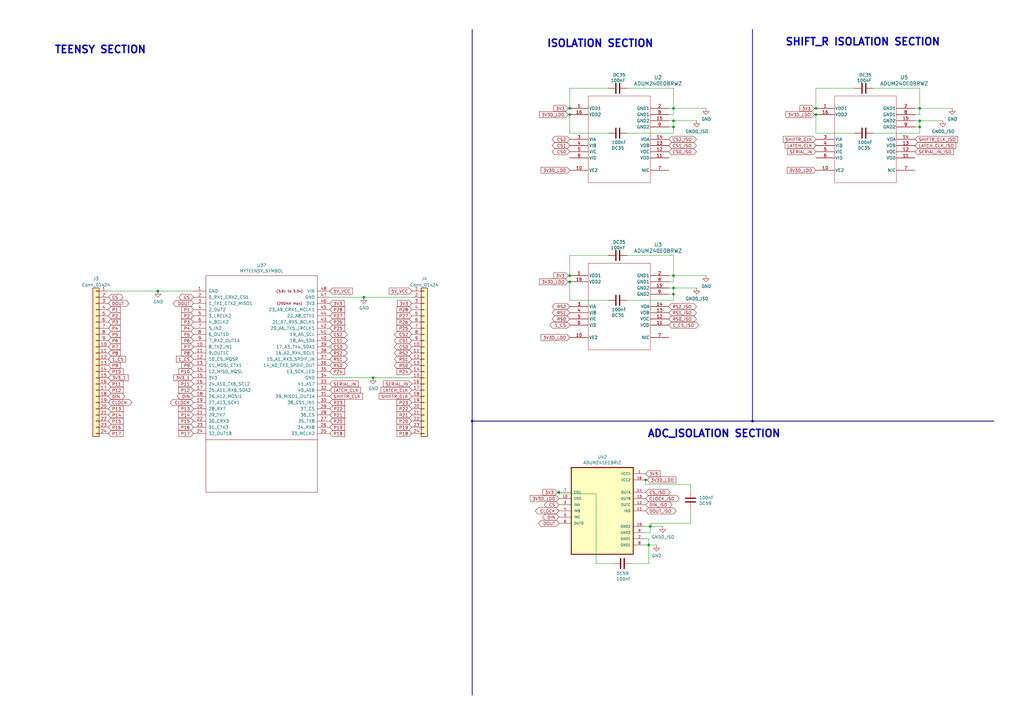
<source format=kicad_sch>
(kicad_sch (version 20230121) (generator eeschema)
  (paper "A3")
  (lib_symbols
    (symbol "2023-11-14_04-51-34:ADUM240E0BRWZ" (pin_names (offset 0.254))
      (property "Reference" "U" (at 20.32 10.16 0))
      (property "Value" "ADUM240E0BRWZ" (at 20.32 7.62 0))
      (symbol "ADUM240E0BRWZ_0_1"
        (polyline (pts (xy 7.62 -30.48) (xy 33.02 -30.48)) (stroke (width 0.127)))
        (polyline (pts (xy 7.62 5.08) (xy 7.62 -30.48)) (stroke (width 0.127)))
        (polyline (pts (xy 33.02 -30.48) (xy 33.02 5.08)) (stroke (width 0.127)))
        (polyline (pts (xy 33.02 5.08) (xy 7.62 5.08)) (stroke (width 0.127)))
        (pin unspecified line (at 0 0 0) (length 7.62) (name "VDD1") (number "1"))
        (pin unspecified line (at 0 -25.4 0) (length 7.62) (name "VE2") (number "10"))
        (pin unspecified line (at 40.64 -20.32 180) (length 7.62) (name "VOD") (number "11"))
        (pin unspecified line (at 40.64 -17.78 180) (length 7.62) (name "VOC") (number "12"))
        (pin unspecified line (at 40.64 -15.24 180) (length 7.62) (name "VOB") (number "13"))
        (pin unspecified line (at 40.64 -12.7 180) (length 7.62) (name "VOA") (number "14"))
        (pin unspecified line (at 40.64 -5.08 180) (length 7.62) (name "GND2") (number "15"))
        (pin unspecified line (at 0 -2.54 0) (length 7.62) (name "VDD2") (number "16"))
        (pin unspecified line (at 40.64 0 180) (length 7.62) (name "GND1") (number "2"))
        (pin unspecified line (at 0 -12.7 0) (length 7.62) (name "VIA") (number "3"))
        (pin unspecified line (at 0 -15.24 0) (length 7.62) (name "VIB") (number "4"))
        (pin unspecified line (at 0 -17.78 0) (length 7.62) (name "VIC") (number "5"))
        (pin unspecified line (at 0 -20.32 0) (length 7.62) (name "VID") (number "6"))
        (pin unspecified line (at 40.64 -25.4 180) (length 7.62) (name "NIC") (number "7"))
        (pin unspecified line (at 40.64 -2.54 180) (length 7.62) (name "GND1") (number "8"))
        (pin unspecified line (at 40.64 -7.62 180) (length 7.62) (name "GND2") (number "9"))
      )
    )
    (symbol "Connector_Generic:Conn_01x24" (pin_names (offset 1.016) hide)
      (property "Reference" "J" (at 0 30.48 0))
      (property "Value" "Conn_01x24" (at 0 -33.02 0))
      (symbol "Conn_01x24_1_1"
        (rectangle (start -1.27 -30.353) (end 0 -30.607) (stroke (width 0.1524)))
        (rectangle (start -1.27 -27.813) (end 0 -28.067) (stroke (width 0.1524)))
        (rectangle (start -1.27 -25.273) (end 0 -25.527) (stroke (width 0.1524)))
        (rectangle (start -1.27 -22.733) (end 0 -22.987) (stroke (width 0.1524)))
        (rectangle (start -1.27 -20.193) (end 0 -20.447) (stroke (width 0.1524)))
        (rectangle (start -1.27 -17.653) (end 0 -17.907) (stroke (width 0.1524)))
        (rectangle (start -1.27 -15.113) (end 0 -15.367) (stroke (width 0.1524)))
        (rectangle (start -1.27 -12.573) (end 0 -12.827) (stroke (width 0.1524)))
        (rectangle (start -1.27 -10.033) (end 0 -10.287) (stroke (width 0.1524)))
        (rectangle (start -1.27 -7.493) (end 0 -7.747) (stroke (width 0.1524)))
        (rectangle (start -1.27 -4.953) (end 0 -5.207) (stroke (width 0.1524)))
        (rectangle (start -1.27 -2.413) (end 0 -2.667) (stroke (width 0.1524)))
        (rectangle (start -1.27 0.127) (end 0 -0.127) (stroke (width 0.1524)))
        (rectangle (start -1.27 2.667) (end 0 2.413) (stroke (width 0.1524)))
        (rectangle (start -1.27 5.207) (end 0 4.953) (stroke (width 0.1524)))
        (rectangle (start -1.27 7.747) (end 0 7.493) (stroke (width 0.1524)))
        (rectangle (start -1.27 10.287) (end 0 10.033) (stroke (width 0.1524)))
        (rectangle (start -1.27 12.827) (end 0 12.573) (stroke (width 0.1524)))
        (rectangle (start -1.27 15.367) (end 0 15.113) (stroke (width 0.1524)))
        (rectangle (start -1.27 17.907) (end 0 17.653) (stroke (width 0.1524)))
        (rectangle (start -1.27 20.447) (end 0 20.193) (stroke (width 0.1524)))
        (rectangle (start -1.27 22.987) (end 0 22.733) (stroke (width 0.1524)))
        (rectangle (start -1.27 25.527) (end 0 25.273) (stroke (width 0.1524)))
        (rectangle (start -1.27 28.067) (end 0 27.813) (stroke (width 0.1524)))
        (rectangle (start -1.27 29.21) (end 1.27 -31.75) (stroke (width 0.254)) (fill (type background)))
        (pin passive line (at -5.08 27.94 0) (length 3.81) (name "Pin_1") (number "1"))
        (pin passive line (at -5.08 5.08 0) (length 3.81) (name "Pin_10") (number "10"))
        (pin passive line (at -5.08 2.54 0) (length 3.81) (name "Pin_11") (number "11"))
        (pin passive line (at -5.08 0 0) (length 3.81) (name "Pin_12") (number "12"))
        (pin passive line (at -5.08 -2.54 0) (length 3.81) (name "Pin_13") (number "13"))
        (pin passive line (at -5.08 -5.08 0) (length 3.81) (name "Pin_14") (number "14"))
        (pin passive line (at -5.08 -7.62 0) (length 3.81) (name "Pin_15") (number "15"))
        (pin passive line (at -5.08 -10.16 0) (length 3.81) (name "Pin_16") (number "16"))
        (pin passive line (at -5.08 -12.7 0) (length 3.81) (name "Pin_17") (number "17"))
        (pin passive line (at -5.08 -15.24 0) (length 3.81) (name "Pin_18") (number "18"))
        (pin passive line (at -5.08 -17.78 0) (length 3.81) (name "Pin_19") (number "19"))
        (pin passive line (at -5.08 25.4 0) (length 3.81) (name "Pin_2") (number "2"))
        (pin passive line (at -5.08 -20.32 0) (length 3.81) (name "Pin_20") (number "20"))
        (pin passive line (at -5.08 -22.86 0) (length 3.81) (name "Pin_21") (number "21"))
        (pin passive line (at -5.08 -25.4 0) (length 3.81) (name "Pin_22") (number "22"))
        (pin passive line (at -5.08 -27.94 0) (length 3.81) (name "Pin_23") (number "23"))
        (pin passive line (at -5.08 -30.48 0) (length 3.81) (name "Pin_24") (number "24"))
        (pin passive line (at -5.08 22.86 0) (length 3.81) (name "Pin_3") (number "3"))
        (pin passive line (at -5.08 20.32 0) (length 3.81) (name "Pin_4") (number "4"))
        (pin passive line (at -5.08 17.78 0) (length 3.81) (name "Pin_5") (number "5"))
        (pin passive line (at -5.08 15.24 0) (length 3.81) (name "Pin_6") (number "6"))
        (pin passive line (at -5.08 12.7 0) (length 3.81) (name "Pin_7") (number "7"))
        (pin passive line (at -5.08 10.16 0) (length 3.81) (name "Pin_8") (number "8"))
        (pin passive line (at -5.08 7.62 0) (length 3.81) (name "Pin_9") (number "9"))
      )
    )
    (symbol "Device:C" (pin_numbers hide) (pin_names (offset 0.254))
      (property "Reference" "C" (at 0.635 2.54 0))
      (property "Value" "C" (at 0.635 -2.54 0))
      (symbol "C_0_1"
        (polyline (pts (xy -2.032 -0.762) (xy 2.032 -0.762)) (stroke (width 0.508)))
        (polyline (pts (xy -2.032 0.762) (xy 2.032 0.762)) (stroke (width 0.508)))
      )
      (symbol "C_1_1"
        (pin passive line (at 0 3.81 270) (length 2.794) (name "~") (number "1"))
        (pin passive line (at 0 -3.81 90) (length 2.794) (name "~") (number "2"))
      )
    )
    (symbol "ISO7641FMDW-ISO7641FMDW_2" (pin_names (offset 1.016))
      (property "Reference" "U15" (at 0 22.098 0))
      (property "Value" "ADUM241E1BRIZ" (at 0 19.7866 0))
      (symbol "ISO7641FMDW-ISO7641FMDW_2_0_0"
        (rectangle (start -12.7 17.78) (end 12.7 -17.78) (stroke (width 0.4064)) (fill (type background)))
        (pin power_in line (at 17.78 15.24 180) (length 5.08) (name "VCC1") (number "1"))
        (pin input line (at -17.78 5.08 0) (length 5.08) (name "EN2") (number "10"))
        (pin output line (at 17.78 2.54 180) (length 5.08) (name "OUTC") (number "12"))
        (pin output line (at 17.78 5.08 180) (length 5.08) (name "OUTB") (number "13"))
        (pin output line (at 17.78 7.62 180) (length 5.08) (name "OUTA") (number "14"))
        (pin power_in line (at 17.78 -6.35 180) (length 5.08) (name "GND2") (number "15"))
        (pin power_in line (at 17.78 12.7 180) (length 5.08) (name "VCC2") (number "16"))
        (pin power_in line (at 17.78 -11.43 180) (length 5.08) (name "GND1") (number "2"))
        (pin input line (at -17.78 2.54 0) (length 5.08) (name "INA") (number "3"))
        (pin input line (at -17.78 0 0) (length 5.08) (name "INB") (number "4"))
        (pin input line (at -17.78 -2.54 0) (length 5.08) (name "INC") (number "5"))
        (pin input line (at -17.78 7.62 0) (length 5.08) (name "EN1") (number "7"))
        (pin power_in line (at 17.78 -13.97 180) (length 5.08) (name "GND1") (number "8"))
        (pin power_in line (at 17.78 -8.89 180) (length 5.08) (name "GND2") (number "9"))
      )
      (symbol "ISO7641FMDW-ISO7641FMDW_2_1_0"
        (pin input line (at 17.78 0 180) (length 5.08) (name "IND") (number "11"))
        (pin output line (at -17.78 -5.08 0) (length 5.08) (name "OUTD") (number "6"))
      )
    )
    (symbol "ohm3000Board-rescue:GNDD_ISO-power" (power) (pin_names (offset 0))
      (property "Value" "GNDD_ISO-power" (at 0 -3.81 0))
      (symbol "GNDD_ISO-power_0_1"
        (polyline (pts (xy 0 0) (xy 0 -1.27) (xy 1.27 -1.27) (xy 0 -2.54) (xy -1.27 -1.27) (xy 0 -1.27)))
      )
      (symbol "GNDD_ISO-power_1_1"
        (pin power_in line (at 0 0 270) (length 0) hide (name "GNDD_ISO") (number "1"))
      )
    )
    (symbol "ohm3000Board-rescue:GND_T" (power) (pin_names (offset 0))
      (property "Value" "GND_T" (at 0 -3.81 0))
      (symbol "GND_T_0_1"
        (polyline (pts (xy 0 0) (xy 0 -1.27) (xy 1.27 -1.27) (xy 0 -2.54) (xy -1.27 -1.27) (xy 0 -1.27)))
      )
      (symbol "GND_T_1_1"
        (pin power_in line (at 0 0 270) (length 0) hide (name "GND") (number "1"))
      )
    )
    (symbol "ohm3000Board-rescue:MYTEENSY_SYMBOL-Teensy_J6_J7-rescue" (pin_names (offset 1.016))
      (property "Reference" "U" (at 0 64.77 0))
      (property "Value" "MYTEENSY_SYMBOL-Teensy_J6_J7-rescue" (at 0 62.23 0))
      (symbol "MYTEENSY_SYMBOL-Teensy_J6_J7-rescue_0_0"
        (polyline (pts (xy -22.86 -6.35) (xy 22.86 -6.35)))
        (text "(250mA max)" (at 11.43 49.53 0) (effects (font (size 1.016 1.016))))
        (text "(3.6v to 5.5v)" (at 11.43 54.61 0) (effects (font (size 1.016 1.016))))
        (pin bidirectional line (at -27.94 31.75 0) (length 5.08) (name "8_TX2_IN1") (number "10"))
        (pin bidirectional line (at -27.94 29.21 0) (length 5.08) (name "9_OUT1C") (number "11"))
        (pin bidirectional line (at -27.94 26.67 0) (length 5.08) (name "10_CS_MQSR") (number "12"))
        (pin bidirectional line (at -27.94 24.13 0) (length 5.08) (name "11_MOSI_CTX1") (number "13"))
        (pin bidirectional line (at -27.94 21.59 0) (length 5.08) (name "12_MISO_MQSL") (number "14"))
        (pin power_in line (at -27.94 19.05 0) (length 5.08) (name "3V3") (number "15"))
        (pin bidirectional line (at -27.94 16.51 0) (length 5.08) (name "24_A10_TX6_SCL2") (number "16"))
        (pin bidirectional line (at -27.94 13.97 0) (length 5.08) (name "25_A11_RX6_SDA2") (number "17"))
        (pin bidirectional line (at -27.94 11.43 0) (length 5.08) (name "26_A12_MOSI1") (number "18"))
        (pin bidirectional line (at -27.94 8.89 0) (length 5.08) (name "27_A13_SCK1") (number "19"))
        (pin bidirectional line (at -27.94 6.35 0) (length 5.08) (name "28_RX7") (number "20"))
        (pin bidirectional line (at -27.94 3.81 0) (length 5.08) (name "29_TX7") (number "21"))
        (pin bidirectional line (at -27.94 1.27 0) (length 5.08) (name "30_CRX3") (number "22"))
        (pin bidirectional line (at -27.94 -1.27 0) (length 5.08) (name "31_CTX3") (number "23"))
        (pin bidirectional line (at -27.94 -3.81 0) (length 5.08) (name "32_OUT1B") (number "24"))
        (pin bidirectional line (at 27.94 -3.81 180) (length 5.08) (name "33_MCLK2") (number "25"))
        (pin bidirectional line (at 27.94 -1.27 180) (length 5.08) (name "34_RX8") (number "26"))
        (pin bidirectional line (at 27.94 1.27 180) (length 5.08) (name "35_TX8") (number "27"))
        (pin bidirectional line (at 27.94 3.81 180) (length 5.08) (name "36_CS") (number "28"))
        (pin bidirectional line (at 27.94 6.35 180) (length 5.08) (name "37_CS") (number "29"))
        (pin bidirectional line (at 27.94 8.89 180) (length 5.08) (name "38_CS1_IN1") (number "30"))
        (pin bidirectional line (at 27.94 11.43 180) (length 5.08) (name "39_MISO1_OUT1A") (number "31"))
        (pin bidirectional line (at 27.94 13.97 180) (length 5.08) (name "40_A16") (number "32"))
        (pin bidirectional line (at 27.94 16.51 180) (length 5.08) (name "41_A17") (number "33"))
        (pin bidirectional line (at 27.94 21.59 180) (length 5.08) (name "13_SCK_LED") (number "35"))
        (pin bidirectional line (at 27.94 24.13 180) (length 5.08) (name "14_A0_TX3_SPDIF_OUT") (number "36"))
        (pin bidirectional line (at 27.94 26.67 180) (length 5.08) (name "15_A1_RX3_SPDIF_IN") (number "37"))
        (pin bidirectional line (at 27.94 29.21 180) (length 5.08) (name "16_A2_RX4_SCL1") (number "38"))
        (pin bidirectional line (at 27.94 31.75 180) (length 5.08) (name "17_A3_TX4_SDA1") (number "39"))
        (pin bidirectional line (at 27.94 34.29 180) (length 5.08) (name "18_A4_SDA") (number "40"))
        (pin bidirectional line (at 27.94 36.83 180) (length 5.08) (name "19_A5_SCL") (number "41"))
        (pin bidirectional line (at 27.94 39.37 180) (length 5.08) (name "20_A6_TX5_LRCLK1") (number "42"))
        (pin bidirectional line (at 27.94 41.91 180) (length 5.08) (name "21_A7_RX5_BCLK1") (number "43"))
        (pin bidirectional line (at 27.94 44.45 180) (length 5.08) (name "22_A8_CTX1") (number "44"))
        (pin bidirectional line (at 27.94 46.99 180) (length 5.08) (name "23_A9_CRX1_MCLK1") (number "45"))
        (pin power_in line (at 27.94 49.53 180) (length 5.08) (name "3V3") (number "46"))
        (pin power_in line (at 27.94 52.07 180) (length 5.08) (name "GND") (number "47"))
        (pin power_in line (at 27.94 54.61 180) (length 5.08) (name "VIN") (number "48"))
        (pin bidirectional line (at -27.94 44.45 0) (length 5.08) (name "3_LRCLK2") (number "5"))
        (pin bidirectional line (at -27.94 41.91 0) (length 5.08) (name "4_BCLK2") (number "6"))
        (pin bidirectional line (at -27.94 39.37 0) (length 5.08) (name "5_IN2") (number "7"))
        (pin bidirectional line (at -27.94 36.83 0) (length 5.08) (name "6_OUT1D") (number "8"))
        (pin bidirectional line (at -27.94 34.29 0) (length 5.08) (name "7_RX2_OUT1A") (number "9"))
      )
      (symbol "MYTEENSY_SYMBOL-Teensy_J6_J7-rescue_0_1"
        (rectangle (start -22.86 60.96) (end 22.86 -27.94))
        (rectangle (start -20.32 -1.27) (end -20.32 -1.27))
      )
      (symbol "MYTEENSY_SYMBOL-Teensy_J6_J7-rescue_1_1"
        (pin power_in line (at -27.94 54.61 0) (length 5.08) (name "GND") (number "1"))
        (pin bidirectional line (at -27.94 52.07 0) (length 5.08) (name "0_RX1_CRX2_CS1") (number "2"))
        (pin bidirectional line (at -27.94 49.53 0) (length 5.08) (name "1_TX1_CTX2_MISO1") (number "3"))
        (pin power_in line (at 27.94 19.05 180) (length 5.08) (name "GND") (number "34"))
        (pin bidirectional line (at -27.94 46.99 0) (length 5.08) (name "2_OUT2") (number "4"))
      )
    )
  )
  (junction (at 334.645 46.99))
  (junction (at 64.77 119.38))
  (junction (at 266.7 215.9))
  (junction (at 276.225 113.03))
  (junction (at 233.68 46.99))
  (junction (at 377.19 49.53))
  (junction (at 377.19 52.07))
  (junction (at 149.225 121.92))
  (junction (at 276.225 118.11))
  (junction (at 233.68 113.03))
  (junction (at 377.19 44.45))
  (junction (at 266.065 223.52))
  (junction (at 233.68 44.45))
  (junction (at 193.675 172.72))
  (junction (at 276.225 49.53))
  (junction (at 233.68 115.57))
  (junction (at 229.235 201.93))
  (junction (at 276.225 44.45))
  (junction (at 308.61 172.72))
  (junction (at 276.225 120.65))
  (junction (at 264.795 196.85))
  (junction (at 276.225 52.07))
  (junction (at 334.645 44.45))
  (junction (at 153.035 154.94))
  (wire (pts (xy 377.19 44.45) (xy 390.525 44.45)))
  (wire (pts (xy 375.285 46.99) (xy 377.19 46.99)))
  (wire (pts (xy 249.555 54.61) (xy 233.68 54.61)))
  (wire (pts (xy 274.32 52.07) (xy 276.225 52.07)))
  (wire (pts (xy 274.32 120.65) (xy 276.225 120.65)))
  (wire (pts (xy 358.14 36.195) (xy 377.19 36.195)))
  (wire (pts (xy 377.19 36.195) (xy 377.19 44.45)))
  (wire (pts (xy 276.225 36.195) (xy 276.225 44.45)))
  (wire (pts (xy 264.795 215.9) (xy 266.7 215.9)))
  (wire (pts (xy 257.175 54.61) (xy 276.225 54.61)))
  (wire (pts (xy 375.285 52.07) (xy 377.19 52.07)))
  (wire (pts (xy 249.555 36.195) (xy 233.68 36.195)))
  (wire (pts (xy 283.21 208.915) (xy 283.21 214.63)))
  (wire (pts (xy 334.01 44.45) (xy 334.645 44.45)))
  (wire (pts (xy 135.255 154.94) (xy 153.035 154.94)))
  (wire (pts (xy 350.52 54.61) (xy 334.645 54.61)))
  (wire (pts (xy 233.045 113.03) (xy 233.68 113.03)))
  (wire (pts (xy 251.46 231.14) (xy 244.475 231.14)))
  (wire (pts (xy 266.065 220.98) (xy 266.065 223.52)))
  (wire (pts (xy 276.225 46.99) (xy 276.225 44.45)))
  (wire (pts (xy 244.475 231.14) (xy 244.475 202.565)))
  (wire (pts (xy 229.235 202.565) (xy 229.235 201.93)))
  (wire (pts (xy 276.225 118.11) (xy 285.75 118.11)))
  (wire (pts (xy 276.225 49.53) (xy 285.75 49.53)))
  (wire (pts (xy 276.225 104.775) (xy 276.225 113.03)))
  (wire (pts (xy 334.645 54.61) (xy 334.645 46.99)))
  (wire (pts (xy 257.175 123.19) (xy 276.225 123.19)))
  (wire (pts (xy 259.08 231.14) (xy 266.065 231.14)))
  (wire (pts (xy 233.68 104.775) (xy 233.68 113.03)))
  (bus (pts (xy 193.675 172.72) (xy 193.675 285.115)))
  (wire (pts (xy 334.01 46.99) (xy 334.645 46.99)))
  (wire (pts (xy 264.795 218.44) (xy 266.7 218.44)))
  (wire (pts (xy 375.285 49.53) (xy 377.19 49.53)))
  (wire (pts (xy 274.32 49.53) (xy 276.225 49.53)))
  (wire (pts (xy 334.645 36.195) (xy 334.645 44.45)))
  (wire (pts (xy 244.475 202.565) (xy 229.235 202.565)))
  (wire (pts (xy 283.21 214.63) (xy 266.7 214.63)))
  (wire (pts (xy 264.795 196.85) (xy 265.43 196.85)))
  (wire (pts (xy 79.375 119.38) (xy 64.77 119.38)))
  (wire (pts (xy 274.32 44.45) (xy 276.225 44.45)))
  (wire (pts (xy 358.14 54.61) (xy 377.19 54.61)))
  (wire (pts (xy 274.32 113.03) (xy 276.225 113.03)))
  (wire (pts (xy 264.795 198.755) (xy 264.795 196.85)))
  (wire (pts (xy 233.045 115.57) (xy 233.68 115.57)))
  (wire (pts (xy 249.555 104.775) (xy 233.68 104.775)))
  (wire (pts (xy 283.21 198.755) (xy 264.795 198.755)))
  (wire (pts (xy 233.68 123.19) (xy 233.68 115.57)))
  (wire (pts (xy 276.225 52.07) (xy 276.225 49.53)))
  (bus (pts (xy 308.61 12.065) (xy 308.61 172.72)))
  (wire (pts (xy 266.7 214.63) (xy 266.7 215.9)))
  (wire (pts (xy 274.32 46.99) (xy 276.225 46.99)))
  (wire (pts (xy 257.175 104.775) (xy 276.225 104.775)))
  (wire (pts (xy 276.225 44.45) (xy 289.56 44.45)))
  (wire (pts (xy 264.795 223.52) (xy 266.065 223.52)))
  (wire (pts (xy 276.225 54.61) (xy 276.225 52.07)))
  (wire (pts (xy 257.175 36.195) (xy 276.225 36.195)))
  (wire (pts (xy 233.68 54.61) (xy 233.68 46.99)))
  (wire (pts (xy 233.045 46.99) (xy 233.68 46.99)))
  (wire (pts (xy 233.045 44.45) (xy 233.68 44.45)))
  (wire (pts (xy 350.52 36.195) (xy 334.645 36.195)))
  (wire (pts (xy 249.555 123.19) (xy 233.68 123.19)))
  (wire (pts (xy 276.225 120.65) (xy 276.225 118.11)))
  (wire (pts (xy 276.225 113.03) (xy 289.56 113.03)))
  (bus (pts (xy 193.675 12.065) (xy 193.675 172.72)))
  (wire (pts (xy 266.7 215.9) (xy 271.78 215.9)))
  (wire (pts (xy 283.21 201.295) (xy 283.21 198.755)))
  (wire (pts (xy 266.065 231.14) (xy 266.065 223.52)))
  (wire (pts (xy 264.795 220.98) (xy 266.065 220.98)))
  (wire (pts (xy 228.6 201.93) (xy 229.235 201.93)))
  (wire (pts (xy 153.035 154.94) (xy 168.91 154.94)))
  (wire (pts (xy 276.225 123.19) (xy 276.225 120.65)))
  (wire (pts (xy 276.225 115.57) (xy 276.225 113.03)))
  (wire (pts (xy 44.45 119.38) (xy 64.77 119.38)))
  (wire (pts (xy 266.065 223.52) (xy 269.24 223.52)))
  (wire (pts (xy 377.19 49.53) (xy 386.715 49.53)))
  (wire (pts (xy 377.19 54.61) (xy 377.19 52.07)))
  (wire (pts (xy 266.7 218.44) (xy 266.7 215.9)))
  (wire (pts (xy 149.225 121.92) (xy 168.91 121.92)))
  (wire (pts (xy 135.255 121.92) (xy 149.225 121.92)))
  (wire (pts (xy 375.285 44.45) (xy 377.19 44.45)))
  (wire (pts (xy 274.32 115.57) (xy 276.225 115.57)))
  (wire (pts (xy 274.32 118.11) (xy 276.225 118.11)))
  (wire (pts (xy 233.68 36.195) (xy 233.68 44.45)))
  (bus (pts (xy 193.675 172.72) (xy 308.61 172.72)))
  (bus (pts (xy 308.61 172.72) (xy 407.67 172.72)))
  (wire (pts (xy 377.19 52.07) (xy 377.19 49.53)))
  (wire (pts (xy 377.19 46.99) (xy 377.19 44.45)))
  (text "ADC_ISOLATION SECTION" (at 265.43 179.705 0) (effects (font (size 2.9972 2.9972) (thickness 0.5994) bold) (justify left bottom)))
  (text "TEENSY SECTION\n" (at 22.225 22.225 0) (effects (font (size 2.9972 2.9972) (thickness 0.5994) bold) (justify left bottom)))
  (text "SHIFT_R ISOLATION SECTION" (at 321.945 19.05 0) (effects (font (size 2.9972 2.9972) (thickness 0.5994) bold) (justify left bottom)))
  (text "ISOLATION SECTION" (at 224.155 19.685 0) (effects (font (size 2.9972 2.9972) (thickness 0.5994) bold) (justify left bottom)))
  (global_label "DIN" (shape bidirectional) (at 229.235 212.09 180) (property "Intersheetrefs" "${INTERSHEET_REFS}" (effects hide)))
  (global_label "P24" (shape input) (at 168.91 152.4 180) (property "Intersheetrefs" "${INTERSHEET_REFS}" (effects hide)))
  (global_label "P13" (shape input) (at 79.375 167.64 180) (property "Intersheetrefs" "${INTERSHEET_REFS}" (effects hide)))
  (global_label "CLOCK" (shape bidirectional) (at 79.375 165.1 180) (property "Intersheetrefs" "${INTERSHEET_REFS}" (effects hide)))
  (global_label "P2" (shape input) (at 44.45 129.54 0) (property "Intersheetrefs" "${INTERSHEET_REFS}" (effects hide)))
  (global_label "LATCH_CLK" (shape input) (at 168.91 160.02 180) (property "Intersheetrefs" "${INTERSHEET_REFS}" (effects hide)))
  (global_label "P15" (shape input) (at 44.45 172.72 0) (property "Intersheetrefs" "${INTERSHEET_REFS}" (effects hide)))
  (global_label "P13" (shape input) (at 44.45 167.64 0) (property "Intersheetrefs" "${INTERSHEET_REFS}" (effects hide)))
  (global_label "P14" (shape input) (at 44.45 170.18 0) (property "Intersheetrefs" "${INTERSHEET_REFS}" (effects hide)))
  (global_label "3V3D_LDO" (shape input) (at 233.68 69.85 180) (property "Intersheetrefs" "${INTERSHEET_REFS}" (effects hide)))
  (global_label "CS_ISO" (shape bidirectional) (at 264.795 201.93 0) (property "Intersheetrefs" "${INTERSHEET_REFS}" (effects hide)))
  (global_label "P17" (shape input) (at 44.45 177.8 0) (property "Intersheetrefs" "${INTERSHEET_REFS}" (effects hide)))
  (global_label "DIN" (shape bidirectional) (at 44.45 162.56 0) (property "Intersheetrefs" "${INTERSHEET_REFS}" (effects hide)))
  (global_label "P25" (shape input) (at 168.91 134.62 180) (property "Intersheetrefs" "${INTERSHEET_REFS}" (effects hide)))
  (global_label "RS1" (shape bidirectional) (at 135.255 147.32 0) (property "Intersheetrefs" "${INTERSHEET_REFS}" (effects hide)))
  (global_label "LATCH_CLK" (shape input) (at 135.255 160.02 0) (property "Intersheetrefs" "${INTERSHEET_REFS}" (effects hide)))
  (global_label "P19" (shape input) (at 135.255 175.26 0) (property "Intersheetrefs" "${INTERSHEET_REFS}" (effects hide)))
  (global_label "P3" (shape input) (at 79.375 132.08 180) (property "Intersheetrefs" "${INTERSHEET_REFS}" (effects hide)))
  (global_label "RS1" (shape bidirectional) (at 233.68 128.27 180) (property "Intersheetrefs" "${INTERSHEET_REFS}" (effects hide)))
  (global_label "P4" (shape input) (at 79.375 134.62 180) (property "Intersheetrefs" "${INTERSHEET_REFS}" (effects hide)))
  (global_label "P7" (shape input) (at 44.45 142.24 0) (property "Intersheetrefs" "${INTERSHEET_REFS}" (effects hide)))
  (global_label "3V3" (shape input) (at 135.255 124.46 0) (property "Intersheetrefs" "${INTERSHEET_REFS}" (effects hide)))
  (global_label "3V3" (shape input) (at 168.91 124.46 180) (property "Intersheetrefs" "${INTERSHEET_REFS}" (effects hide)))
  (global_label "DOUT_ISO" (shape bidirectional) (at 264.795 209.55 0) (property "Intersheetrefs" "${INTERSHEET_REFS}" (effects hide)))
  (global_label "P21" (shape input) (at 135.255 170.18 0) (property "Intersheetrefs" "${INTERSHEET_REFS}" (effects hide)))
  (global_label "P5" (shape input) (at 44.45 137.16 0) (property "Intersheetrefs" "${INTERSHEET_REFS}" (effects hide)))
  (global_label "P8" (shape input) (at 44.45 144.78 0) (property "Intersheetrefs" "${INTERSHEET_REFS}" (effects hide)))
  (global_label "P21" (shape input) (at 168.91 170.18 180) (property "Intersheetrefs" "${INTERSHEET_REFS}" (effects hide)))
  (global_label "P1" (shape input) (at 44.45 127 0) (property "Intersheetrefs" "${INTERSHEET_REFS}" (effects hide)))
  (global_label "RS0" (shape bidirectional) (at 168.91 149.86 180) (property "Intersheetrefs" "${INTERSHEET_REFS}" (effects hide)))
  (global_label "P6" (shape input) (at 44.45 139.7 0) (property "Intersheetrefs" "${INTERSHEET_REFS}" (effects hide)))
  (global_label "CS1" (shape bidirectional) (at 233.68 59.69 180) (property "Intersheetrefs" "${INTERSHEET_REFS}" (effects hide)))
  (global_label "SERIAL_IN" (shape input) (at 168.91 157.48 180) (property "Intersheetrefs" "${INTERSHEET_REFS}" (effects hide)))
  (global_label "P5" (shape input) (at 79.375 137.16 180) (property "Intersheetrefs" "${INTERSHEET_REFS}" (effects hide)))
  (global_label "5V_VCC" (shape input) (at 168.91 119.38 180) (property "Intersheetrefs" "${INTERSHEET_REFS}" (effects hide)))
  (global_label "P25" (shape input) (at 135.255 134.62 0) (property "Intersheetrefs" "${INTERSHEET_REFS}" (effects hide)))
  (global_label "3V3" (shape input) (at 264.795 194.31 0) (property "Intersheetrefs" "${INTERSHEET_REFS}" (effects hide)))
  (global_label "P17" (shape input) (at 79.375 177.8 180) (property "Intersheetrefs" "${INTERSHEET_REFS}" (effects hide)))
  (global_label "CLOCK_ISO" (shape bidirectional) (at 264.795 204.47 0) (property "Intersheetrefs" "${INTERSHEET_REFS}" (effects hide)))
  (global_label "RS1_ISO" (shape bidirectional) (at 274.32 128.27 0) (property "Intersheetrefs" "${INTERSHEET_REFS}" (effects hide)))
  (global_label "3V3D_LDO" (shape input) (at 334.645 69.85 180) (property "Intersheetrefs" "${INTERSHEET_REFS}" (effects hide)))
  (global_label "CS2" (shape bidirectional) (at 135.255 137.16 0) (property "Intersheetrefs" "${INTERSHEET_REFS}" (effects hide)))
  (global_label "RS2_ISO" (shape bidirectional) (at 274.32 125.73 0) (property "Intersheetrefs" "${INTERSHEET_REFS}" (effects hide)))
  (global_label "P7" (shape input) (at 79.375 142.24 180) (property "Intersheetrefs" "${INTERSHEET_REFS}" (effects hide)))
  (global_label "CS0" (shape bidirectional) (at 168.91 142.24 180) (property "Intersheetrefs" "${INTERSHEET_REFS}" (effects hide)))
  (global_label "RS1" (shape bidirectional) (at 168.91 147.32 180) (property "Intersheetrefs" "${INTERSHEET_REFS}" (effects hide)))
  (global_label "P18" (shape input) (at 168.91 177.8 180) (property "Intersheetrefs" "${INTERSHEET_REFS}" (effects hide)))
  (global_label "CS1_ISO" (shape bidirectional) (at 274.32 59.69 0) (property "Intersheetrefs" "${INTERSHEET_REFS}" (effects hide)))
  (global_label "P11" (shape input) (at 79.375 157.48 180) (property "Intersheetrefs" "${INTERSHEET_REFS}" (effects hide)))
  (global_label "3V3" (shape input) (at 334.01 44.45 180) (property "Intersheetrefs" "${INTERSHEET_REFS}" (effects hide)))
  (global_label "1_CS" (shape input) (at 44.45 147.32 0) (property "Intersheetrefs" "${INTERSHEET_REFS}" (effects hide)))
  (global_label "P12" (shape input) (at 44.45 160.02 0) (property "Intersheetrefs" "${INTERSHEET_REFS}" (effects hide)))
  (global_label "SHIFTR_CLK" (shape input) (at 168.91 162.56 180) (property "Intersheetrefs" "${INTERSHEET_REFS}" (effects hide)))
  (global_label "P2" (shape input) (at 79.375 129.54 180) (property "Intersheetrefs" "${INTERSHEET_REFS}" (effects hide)))
  (global_label "LATCH_CLK_ISO" (shape input) (at 375.285 59.69 0) (property "Intersheetrefs" "${INTERSHEET_REFS}" (effects hide)))
  (global_label "CS1" (shape bidirectional) (at 168.91 139.7 180) (property "Intersheetrefs" "${INTERSHEET_REFS}" (effects hide)))
  (global_label "P22" (shape input) (at 168.91 167.64 180) (property "Intersheetrefs" "${INTERSHEET_REFS}" (effects hide)))
  (global_label "LATCH_CLK" (shape input) (at 334.645 59.69 180) (property "Intersheetrefs" "${INTERSHEET_REFS}" (effects hide)))
  (global_label "P27" (shape input) (at 135.255 129.54 0) (property "Intersheetrefs" "${INTERSHEET_REFS}" (effects hide)))
  (global_label "1_CS" (shape input) (at 79.375 147.32 180) (property "Intersheetrefs" "${INTERSHEET_REFS}" (effects hide)))
  (global_label "CLOCK" (shape bidirectional) (at 229.235 209.55 180) (property "Intersheetrefs" "${INTERSHEET_REFS}" (effects hide)))
  (global_label "3V3" (shape input) (at 228.6 201.93 180) (property "Intersheetrefs" "${INTERSHEET_REFS}" (effects hide)))
  (global_label "P19" (shape input) (at 168.91 175.26 180) (property "Intersheetrefs" "${INTERSHEET_REFS}" (effects hide)))
  (global_label "P16" (shape input) (at 44.45 175.26 0) (property "Intersheetrefs" "${INTERSHEET_REFS}" (effects hide)))
  (global_label "SHIFTR_CLK_ISO" (shape input) (at 375.285 57.15 0) (property "Intersheetrefs" "${INTERSHEET_REFS}" (effects hide)))
  (global_label "P28" (shape input) (at 168.91 127 180) (property "Intersheetrefs" "${INTERSHEET_REFS}" (effects hide)))
  (global_label "DOUT" (shape bidirectional) (at 79.375 124.46 180) (property "Intersheetrefs" "${INTERSHEET_REFS}" (effects hide)))
  (global_label "P24" (shape input) (at 135.255 152.4 0) (property "Intersheetrefs" "${INTERSHEET_REFS}" (effects hide)))
  (global_label "SHIFTR_CLK" (shape input) (at 135.255 162.56 0) (property "Intersheetrefs" "${INTERSHEET_REFS}" (effects hide)))
  (global_label "CS2_ISO" (shape bidirectional) (at 274.32 57.15 0) (property "Intersheetrefs" "${INTERSHEET_REFS}" (effects hide)))
  (global_label "P27" (shape input) (at 168.91 129.54 180) (property "Intersheetrefs" "${INTERSHEET_REFS}" (effects hide)))
  (global_label "P18" (shape input) (at 135.255 177.8 0) (property "Intersheetrefs" "${INTERSHEET_REFS}" (effects hide)))
  (global_label "P4" (shape input) (at 44.45 134.62 0) (property "Intersheetrefs" "${INTERSHEET_REFS}" (effects hide)))
  (global_label "P23" (shape input) (at 168.91 165.1 180) (property "Intersheetrefs" "${INTERSHEET_REFS}" (effects hide)))
  (global_label "CS" (shape bidirectional) (at 79.375 121.92 180) (property "Intersheetrefs" "${INTERSHEET_REFS}" (effects hide)))
  (global_label "CS0_ISO" (shape bidirectional) (at 274.32 62.23 0) (property "Intersheetrefs" "${INTERSHEET_REFS}" (effects hide)))
  (global_label "P23" (shape input) (at 135.255 165.1 0) (property "Intersheetrefs" "${INTERSHEET_REFS}" (effects hide)))
  (global_label "P14" (shape input) (at 79.375 170.18 180) (property "Intersheetrefs" "${INTERSHEET_REFS}" (effects hide)))
  (global_label "1_CS_ISO" (shape bidirectional) (at 274.32 133.35 0) (property "Intersheetrefs" "${INTERSHEET_REFS}" (effects hide)))
  (global_label "CS0" (shape bidirectional) (at 233.68 62.23 180) (property "Intersheetrefs" "${INTERSHEET_REFS}" (effects hide)))
  (global_label "DIN_ISO" (shape bidirectional) (at 264.795 207.01 0) (property "Intersheetrefs" "${INTERSHEET_REFS}" (effects hide)))
  (global_label "5V_VCC" (shape input) (at 135.255 119.38 0) (property "Intersheetrefs" "${INTERSHEET_REFS}" (effects hide)))
  (global_label "P26" (shape input) (at 135.255 132.08 0) (property "Intersheetrefs" "${INTERSHEET_REFS}" (effects hide)))
  (global_label "P22" (shape input) (at 135.255 167.64 0) (property "Intersheetrefs" "${INTERSHEET_REFS}" (effects hide)))
  (global_label "P20" (shape input) (at 135.255 172.72 0) (property "Intersheetrefs" "${INTERSHEET_REFS}" (effects hide)))
  (global_label "3V3D_LDO" (shape input) (at 229.235 204.47 180) (property "Intersheetrefs" "${INTERSHEET_REFS}" (effects hide)))
  (global_label "P6" (shape input) (at 79.375 139.7 180) (property "Intersheetrefs" "${INTERSHEET_REFS}" (effects hide)))
  (global_label "3V3D_LDO" (shape input) (at 233.045 115.57 180) (property "Intersheetrefs" "${INTERSHEET_REFS}" (effects hide)))
  (global_label "DOUT" (shape bidirectional) (at 229.235 214.63 180) (property "Intersheetrefs" "${INTERSHEET_REFS}" (effects hide)))
  (global_label "CS0" (shape bidirectional) (at 135.255 142.24 0) (property "Intersheetrefs" "${INTERSHEET_REFS}" (effects hide)))
  (global_label "P11" (shape input) (at 44.45 157.48 0) (property "Intersheetrefs" "${INTERSHEET_REFS}" (effects hide)))
  (global_label "CS" (shape bidirectional) (at 229.235 207.01 180) (property "Intersheetrefs" "${INTERSHEET_REFS}" (effects hide)))
  (global_label "CS" (shape bidirectional) (at 44.45 121.92 0) (property "Intersheetrefs" "${INTERSHEET_REFS}" (effects hide)))
  (global_label "P15" (shape input) (at 79.375 172.72 180) (property "Intersheetrefs" "${INTERSHEET_REFS}" (effects hide)))
  (global_label "RS2" (shape bidirectional) (at 135.255 144.78 0) (property "Intersheetrefs" "${INTERSHEET_REFS}" (effects hide)))
  (global_label "SERIAL_IN_ISO" (shape input) (at 375.285 62.23 0) (property "Intersheetrefs" "${INTERSHEET_REFS}" (effects hide)))
  (global_label "P1" (shape input) (at 79.375 127 180) (property "Intersheetrefs" "${INTERSHEET_REFS}" (effects hide)))
  (global_label "RS0" (shape bidirectional) (at 135.255 149.86 0) (property "Intersheetrefs" "${INTERSHEET_REFS}" (effects hide)))
  (global_label "3V3D_LDO" (shape input) (at 334.01 46.99 180) (property "Intersheetrefs" "${INTERSHEET_REFS}" (effects hide)))
  (global_label "3V3" (shape input) (at 233.045 113.03 180) (property "Intersheetrefs" "${INTERSHEET_REFS}" (effects hide)))
  (global_label "P9" (shape input) (at 79.375 149.86 180) (property "Intersheetrefs" "${INTERSHEET_REFS}" (effects hide)))
  (global_label "RS0" (shape bidirectional) (at 233.68 130.81 180) (property "Intersheetrefs" "${INTERSHEET_REFS}" (effects hide)))
  (global_label "P12" (shape input) (at 79.375 160.02 180) (property "Intersheetrefs" "${INTERSHEET_REFS}" (effects hide)))
  (global_label "P20" (shape input) (at 168.91 172.72 180) (property "Intersheetrefs" "${INTERSHEET_REFS}" (effects hide)))
  (global_label "3V3_1" (shape input) (at 79.375 154.94 180) (property "Intersheetrefs" "${INTERSHEET_REFS}" (effects hide)))
  (global_label "P10" (shape input) (at 44.45 152.4 0) (property "Intersheetrefs" "${INTERSHEET_REFS}" (effects hide)))
  (global_label "CS2" (shape bidirectional) (at 168.91 137.16 180) (property "Intersheetrefs" "${INTERSHEET_REFS}" (effects hide)))
  (global_label "CS1" (shape bidirectional) (at 135.255 139.7 0) (property "Intersheetrefs" "${INTERSHEET_REFS}" (effects hide)))
  (global_label "CLOCK" (shape bidirectional) (at 44.45 165.1 0) (property "Intersheetrefs" "${INTERSHEET_REFS}" (effects hide)))
  (global_label "P8" (shape input) (at 79.375 144.78 180) (property "Intersheetrefs" "${INTERSHEET_REFS}" (effects hide)))
  (global_label "DIN" (shape bidirectional) (at 79.375 162.56 180) (property "Intersheetrefs" "${INTERSHEET_REFS}" (effects hide)))
  (global_label "DOUT" (shape bidirectional) (at 44.45 124.46 0) (property "Intersheetrefs" "${INTERSHEET_REFS}" (effects hide)))
  (global_label "P16" (shape input) (at 79.375 175.26 180) (property "Intersheetrefs" "${INTERSHEET_REFS}" (effects hide)))
  (global_label "RS2" (shape bidirectional) (at 168.91 144.78 180) (property "Intersheetrefs" "${INTERSHEET_REFS}" (effects hide)))
  (global_label "3V3D_LDO" (shape input) (at 265.43 196.85 0) (property "Intersheetrefs" "${INTERSHEET_REFS}" (effects hide)))
  (global_label "P26" (shape input) (at 168.91 132.08 180) (property "Intersheetrefs" "${INTERSHEET_REFS}" (effects hide)))
  (global_label "SERIAL_IN" (shape input) (at 135.255 157.48 0) (property "Intersheetrefs" "${INTERSHEET_REFS}" (effects hide)))
  (global_label "SERIAL_IN" (shape input) (at 334.645 62.23 180) (property "Intersheetrefs" "${INTERSHEET_REFS}" (effects hide)))
  (global_label "RS0_ISO" (shape bidirectional) (at 274.32 130.81 0) (property "Intersheetrefs" "${INTERSHEET_REFS}" (effects hide)))
  (global_label "3V3_1" (shape input) (at 44.45 154.94 0) (property "Intersheetrefs" "${INTERSHEET_REFS}" (effects hide)))
  (global_label "RS2" (shape bidirectional) (at 233.68 125.73 180) (property "Intersheetrefs" "${INTERSHEET_REFS}" (effects hide)))
  (global_label "3V3D_LDO" (shape input) (at 233.68 138.43 180) (property "Intersheetrefs" "${INTERSHEET_REFS}" (effects hide)))
  (global_label "CS2" (shape bidirectional) (at 233.68 57.15 180) (property "Intersheetrefs" "${INTERSHEET_REFS}" (effects hide)))
  (global_label "P28" (shape input) (at 135.255 127 0) (property "Intersheetrefs" "${INTERSHEET_REFS}" (effects hide)))
  (global_label "3V3" (shape input) (at 233.045 44.45 180) (property "Intersheetrefs" "${INTERSHEET_REFS}" (effects hide)))
  (global_label "P9" (shape input) (at 44.45 149.86 0) (property "Intersheetrefs" "${INTERSHEET_REFS}" (effects hide)))
  (global_label "1_CS" (shape bidirectional) (at 233.68 133.35 180) (property "Intersheetrefs" "${INTERSHEET_REFS}" (effects hide)))
  (global_label "P10" (shape input) (at 79.375 152.4 180) (property "Intersheetrefs" "${INTERSHEET_REFS}" (effects hide)))
  (global_label "P3" (shape input) (at 44.45 132.08 0) (property "Intersheetrefs" "${INTERSHEET_REFS}" (effects hide)))
  (global_label "3V3D_LDO" (shape input) (at 233.045 46.99 180) (property "Intersheetrefs" "${INTERSHEET_REFS}" (effects hide)))
  (global_label "SHIFTR_CLK" (shape input) (at 334.645 57.15 180) (property "Intersheetrefs" "${INTERSHEET_REFS}" (effects hide)))
  (symbol (lib_id "Device:C") (at 255.27 231.14 270) (unit 1)
    (property "Reference" "DC59" (at 252.73 235.1786 90) (effects (justify left)))
    (property "Value" "100nF" (at 252.73 237.49 90) (effects (justify left)))
    (property "Footprint" "Capacitor_SMD:C_1206_3216Metric" (effects hide))
    (instances (project "ohm3000_ISO_Board" (path "" (reference "DC59") (unit 1))) (project "Split_Board_PartA" (path "" (reference "DC5") (unit 1))))
  )
  (symbol (lib_id "ohm3000Board-rescue:GND_T") (at 289.56 44.45 0) (unit 1)
    (property "Reference" "#PWR0110" (effects hide))
    (property "Value" "GND_T" (at 289.687 48.8442 0))
    (instances (project "ohm3000_ISO_Board" (path "" (reference "#PWR0110") (unit 1))) (project "Split_Board_PartA" (path "" (reference "#PWR08") (unit 1))))
  )
  (symbol (lib_id "2023-11-14_04-51-34:ADUM240E0BRWZ") (at 233.68 113.03 0) (unit 1)
    (property "Reference" "U3" (at 269.875 100.33 0) (effects (font (size 1.524 1.524))))
    (property "Value" "ADUM240E0BRWZ" (at 269.875 102.87 0) (effects (font (size 1.524 1.524))))
    (property "Footprint" "footprints_iso:RW_16_ADI" (effects hide))
    (property "Datasheet" "ADUM240E0BRWZ" (effects hide))
  )
  (symbol (lib_id "ohm3000Board-rescue:GND_T") (at 64.77 119.38 0) (unit 1)
    (property "Reference" "#PWR0110" (effects hide))
    (property "Value" "GND_T" (at 64.897 123.7742 0))
    (instances (project "ohm3000_ISO_Board" (path "" (reference "#PWR0110") (unit 1))) (project "Split_Board_PartA" (path "" (reference "#PWR01") (unit 1))))
  )
  (symbol (lib_id "ohm3000Board-rescue:GNDD_ISO-power") (at 271.78 215.9 0) (unit 1)
    (property "Reference" "#PWR0136" (effects hide))
    (property "Value" "GNDA_ISO" (at 271.907 220.2942 0))
    (instances (project "ohm3000_ISO_Board" (path "" (reference "#PWR0136") (unit 1))) (project "Split_Board_PartA" (path "" (reference "#PWR05") (unit 1))))
  )
  (symbol (lib_id "ohm3000Board-rescue:GND_T") (at 149.225 121.92 0) (unit 1)
    (property "Reference" "#PWR0110" (effects hide))
    (property "Value" "GND_T" (at 149.352 126.3142 0))
    (instances (project "ohm3000_ISO_Board" (path "" (reference "#PWR0110") (unit 1))) (project "Split_Board_PartA" (path "" (reference "#PWR02") (unit 1))))
  )
  (symbol (lib_id "ohm3000Board-rescue:MYTEENSY_SYMBOL-Teensy_J6_J7-rescue") (at 107.315 173.99 0) (unit 1)
    (property "Reference" "U37" (at 107.315 108.839 0))
    (property "Value" "MYTEENSY_SYMBOL" (at 107.315 111.1504 0))
    (property "Footprint" "myteensy:MYTEENSY" (effects hide))
    (instances (project "ohm3000Board" (path "" (reference "U37") (unit 1))) (project "Split_Board_PartA" (path "" (reference "U1") (unit 1))))
  )
  (symbol (lib_id "ohm3000Board-rescue:GNDD_ISO-power") (at 285.75 49.53 0) (unit 1)
    (property "Reference" "#PWR0122" (effects hide))
    (property "Value" "GNDA_ISO" (at 285.877 53.9242 0))
    (instances (project "ohm3000_ISO_Board" (path "" (reference "#PWR0122") (unit 1))) (project "Split_Board_PartA" (path "" (reference "#PWR06") (unit 1))))
  )
  (symbol (lib_id "ohm3000Board-rescue:GND_T") (at 269.24 223.52 0) (unit 1)
    (property "Reference" "#PWR0135" (effects hide))
    (property "Value" "GND_T" (at 269.367 227.9142 0))
    (instances (project "ohm3000_ISO_Board" (path "" (reference "#PWR0135") (unit 1))) (project "Split_Board_PartA" (path "" (reference "#PWR04") (unit 1))))
  )
  (symbol (lib_id "Device:C") (at 253.365 123.19 270) (unit 1)
    (property "Reference" "DC35" (at 250.825 129.3114 90) (effects (justify left)))
    (property "Value" "100nF" (at 250.825 127 90) (effects (justify left)))
    (property "Footprint" "Capacitor_SMD:C_1206_3216Metric" (effects hide))
    (instances (project "ohm3000_ISO_Board" (path "" (reference "DC35") (unit 1))) (project "Split_Board_PartA" (path "" (reference "DC4") (unit 1))))
  )
  (symbol (lib_id "Device:C") (at 354.33 54.61 270) (unit 1)
    (property "Reference" "DC35" (at 351.79 60.7314 90) (effects (justify left)))
    (property "Value" "100nF" (at 351.79 58.42 90) (effects (justify left)))
    (property "Footprint" "Capacitor_SMD:C_1206_3216Metric" (effects hide))
    (instances (project "ohm3000_ISO_Board" (path "" (reference "DC35") (unit 1))) (project "Split_Board_PartA" (path "" (reference "DC8") (unit 1))))
  )
  (symbol (lib_id "2023-11-14_04-51-34:ADUM240E0BRWZ") (at 233.68 44.45 0) (unit 1)
    (property "Reference" "U2" (at 269.875 31.75 0) (effects (font (size 1.524 1.524))))
    (property "Value" "ADUM240E0BRWZ" (at 269.875 34.29 0) (effects (font (size 1.524 1.524))))
    (property "Footprint" "footprints_iso:RW_16_ADI" (effects hide))
    (property "Datasheet" "ADUM240E0BRWZ" (effects hide))
  )
  (symbol (lib_id "Device:C") (at 253.365 54.61 270) (unit 1)
    (property "Reference" "DC35" (at 250.825 60.7314 90) (effects (justify left)))
    (property "Value" "100nF" (at 250.825 58.42 90) (effects (justify left)))
    (property "Footprint" "Capacitor_SMD:C_1206_3216Metric" (effects hide))
    (instances (project "ohm3000_ISO_Board" (path "" (reference "DC35") (unit 1))) (project "Split_Board_PartA" (path "" (reference "DC2") (unit 1))))
  )
  (symbol (lib_id "2023-11-14_04-51-34:ADUM240E0BRWZ") (at 334.645 44.45 0) (unit 1)
    (property "Reference" "U5" (at 370.84 31.75 0) (effects (font (size 1.524 1.524))))
    (property "Value" "ADUM240E0BRWZ" (at 370.84 34.29 0) (effects (font (size 1.524 1.524))))
    (property "Footprint" "footprints_iso:RW_16_ADI" (effects hide))
    (property "Datasheet" "ADUM240E0BRWZ" (effects hide))
  )
  (symbol (lib_id "ohm3000Board-rescue:GNDD_ISO-power") (at 285.75 118.11 0) (unit 1)
    (property "Reference" "#PWR0122" (effects hide))
    (property "Value" "GNDA_ISO" (at 285.877 122.5042 0))
    (instances (project "ohm3000_ISO_Board" (path "" (reference "#PWR0122") (unit 1))) (project "Split_Board_PartA" (path "" (reference "#PWR07") (unit 1))))
  )
  (symbol (lib_id "ohm3000Board-rescue:GND_T") (at 390.525 44.45 0) (unit 1)
    (property "Reference" "#PWR0110" (effects hide))
    (property "Value" "GND_T" (at 390.652 48.8442 0))
    (instances (project "ohm3000_ISO_Board" (path "" (reference "#PWR0110") (unit 1))) (project "Split_Board_PartA" (path "" (reference "#PWR011") (unit 1))))
  )
  (symbol (lib_id "Connector_Generic:Conn_01x24") (at 39.37 147.32 0) (mirror y) (unit 1)
    (property "Reference" "J3" (at 39.37 114.3 0))
    (property "Value" "Conn_01x24" (at 39.37 116.84 0))
  )
  (symbol (lib_id "Device:C") (at 253.365 36.195 90) (unit 1)
    (property "Reference" "DC35" (at 256.54 30.7086 90) (effects (justify left)))
    (property "Value" "100nF" (at 256.54 33.02 90) (effects (justify left)))
    (property "Footprint" "Capacitor_SMD:C_1206_3216Metric" (effects hide))
    (instances (project "ohm3000_ISO_Board" (path "" (reference "DC35") (unit 1))) (project "Split_Board_PartA" (path "" (reference "DC1") (unit 1))))
  )
  (symbol (lib_id "ohm3000Board-rescue:GNDD_ISO-power") (at 386.715 49.53 0) (unit 1)
    (property "Reference" "#PWR0122" (effects hide))
    (property "Value" "GNDA_ISO" (at 386.842 53.9242 0))
    (instances (project "ohm3000_ISO_Board" (path "" (reference "#PWR0122") (unit 1))) (project "Split_Board_PartA" (path "" (reference "#PWR010") (unit 1))))
  )
  (symbol (lib_id "Connector_Generic:Conn_01x24") (at 173.99 147.32 0) (unit 1)
    (property "Reference" "J4" (at 173.99 114.3 0))
    (property "Value" "Conn_01x24" (at 173.99 116.84 0))
  )
  (symbol (lib_id "Device:C") (at 253.365 104.775 90) (unit 1)
    (property "Reference" "DC35" (at 256.54 99.2886 90) (effects (justify left)))
    (property "Value" "100nF" (at 256.54 101.6 90) (effects (justify left)))
    (property "Footprint" "Capacitor_SMD:C_1206_3216Metric" (effects hide))
    (instances (project "ohm3000_ISO_Board" (path "" (reference "DC35") (unit 1))) (project "Split_Board_PartA" (path "" (reference "DC3") (unit 1))))
  )
  (symbol (lib_id "Device:C") (at 283.21 205.105 0) (unit 1)
    (property "Reference" "DC59" (at 286.7025 206.4639 0) (effects (justify left)))
    (property "Value" "100nF" (at 286.7025 204.1525 0) (effects (justify left)))
    (property "Footprint" "Capacitor_SMD:C_1206_3216Metric" (effects hide))
    (instances (project "ohm3000_ISO_Board" (path "" (reference "DC59") (unit 1))) (project "Split_Board_PartA" (path "" (reference "DC6") (unit 1))))
  )
  (symbol (lib_id "ohm3000Board-rescue:GND_T") (at 289.56 113.03 0) (unit 1)
    (property "Reference" "#PWR0110" (effects hide))
    (property "Value" "GND_T" (at 289.687 117.4242 0))
    (instances (project "ohm3000_ISO_Board" (path "" (reference "#PWR0110") (unit 1))) (project "Split_Board_PartA" (path "" (reference "#PWR09") (unit 1))))
  )
  (symbol (lib_name "ISO7641FMDW-ISO7641FMDW_2") (lib_id "ohm3000_ISO_Board-rescue:ISO7641FMDW-ISO7641FMDW") (at 247.015 209.55 0) (unit 1)
    (property "Reference" "U42" (at 247.015 187.452 0))
    (property "Value" "ADUM241E1BRIZ" (at 247.015 189.7634 0))
    (property "Footprint" "footprints_iso:RW_16_ADI" (effects hide))
    (instances (project "ohm3000_ISO_Board" (path "" (reference "U42") (unit 1))) (project "Split_Board_PartA" (path "" (reference "U4") (unit 1))))
  )
  (symbol (lib_id "Device:C") (at 354.33 36.195 90) (unit 1)
    (property "Reference" "DC35" (at 357.505 30.7086 90) (effects (justify left)))
    (property "Value" "100nF" (at 357.505 33.02 90) (effects (justify left)))
    (property "Footprint" "Capacitor_SMD:C_1206_3216Metric" (effects hide))
    (instances (project "ohm3000_ISO_Board" (path "" (reference "DC35") (unit 1))) (project "Split_Board_PartA" (path "" (reference "DC7") (unit 1))))
  )
  (symbol (lib_id "ohm3000Board-rescue:GND_T") (at 153.035 154.94 0) (unit 1)
    (property "Reference" "#PWR0110" (effects hide))
    (property "Value" "GND_T" (at 153.162 159.3342 0))
    (instances (project "ohm3000_ISO_Board" (path "" (reference "#PWR0110") (unit 1))) (project "Split_Board_PartA" (path "" (reference "#PWR03") (unit 1))))
  )
)
</source>
